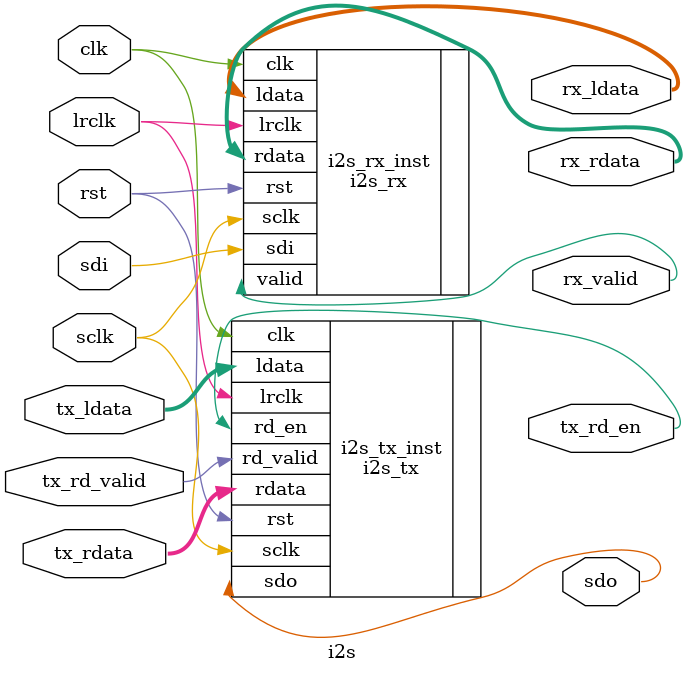
<source format=sv>
module i2s #(
    parameter DW = 24
) (
    input logic clk,
    input logic rst,
    input logic [DW-1:0] tx_ldata,
    input logic [DW-1:0] tx_rdata,
    output logic tx_rd_en,
    input logic tx_rd_valid,
    output logic [DW-1:0] rx_ldata,
    output logic [DW-1:0] rx_rdata,
    output logic rx_valid,
    //
    input logic sclk,
    input logic lrclk,
    output logic sdo,
    input logic sdi
);

i2s_tx #(
    .DW(DW)
) i2s_tx_inst (
    .clk(clk),
    .rst(rst),
    .ldata(tx_ldata),
    .rdata(tx_rdata),
    .rd_en(tx_rd_en),
    .rd_valid(tx_rd_valid),
    .sclk(sclk),
    .lrclk(lrclk),
    .sdo(sdo)
);

i2s_rx #(
    .DW(DW)
) i2s_rx_inst (
    .clk(clk),
    .rst(rst),
    .ldata(rx_ldata),
    .rdata(rx_rdata),
    .valid(rx_valid),
    .sclk(sclk),
    .lrclk(lrclk),
    .sdi(sdi)
);

endmodule

</source>
